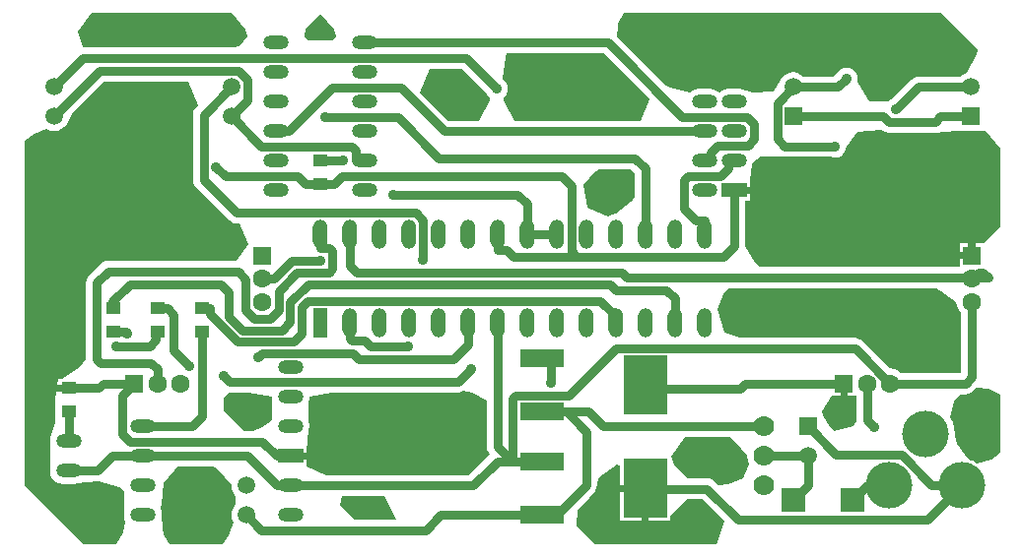
<source format=gbl>
G04 Layer_Physical_Order=2*
G04 Layer_Color=16711680*
%FSLAX24Y24*%
%MOIN*%
G70*
G01*
G75*
%ADD10R,0.0500X0.0400*%
%ADD12C,0.0315*%
%ADD13C,0.1575*%
%ADD14R,0.0866X0.0472*%
%ADD15O,0.0866X0.0472*%
%ADD16O,0.0500X0.1000*%
%ADD17R,0.0500X0.1000*%
%ADD18C,0.0630*%
%ADD19R,0.0630X0.0630*%
%ADD20R,0.0591X0.0591*%
%ADD21C,0.0591*%
%ADD22O,0.0866X0.0472*%
%ADD23R,0.0866X0.0472*%
%ADD24C,0.0700*%
%ADD25C,0.0360*%
%ADD26R,0.1500X0.2000*%
%ADD27R,0.1500X0.0600*%
%ADD28R,0.0800X0.0800*%
G36*
X8363Y5000D02*
X8363Y5000D01*
X8370Y4947D01*
X8379Y4827D01*
Y4827D01*
X8379Y4827D01*
X8382Y4500D01*
X8379Y4226D01*
X8146Y4049D01*
X8047Y3988D01*
X7726Y3865D01*
X7590Y3837D01*
X7432D01*
X6731Y4504D01*
X6738Y4980D01*
X6930Y5166D01*
X7591D01*
X8363Y5000D01*
D02*
G37*
G36*
X32609Y5268D02*
X33000Y5084D01*
Y3101D01*
X32708Y2898D01*
X32216Y2761D01*
X32062Y2844D01*
X32013Y2858D01*
X31800Y3037D01*
X31553Y3412D01*
X31465Y3675D01*
X31472Y3756D01*
X31453Y3949D01*
X31397Y4136D01*
X31305Y4307D01*
X31304Y4309D01*
X31455Y4834D01*
X31645Y5096D01*
X31830D01*
X31924Y5108D01*
X32011Y5144D01*
X32085Y5202D01*
X32213Y5329D01*
X32609Y5268D01*
D02*
G37*
G36*
X31012Y8599D02*
X31524Y8213D01*
X31542Y8078D01*
X31593Y7953D01*
Y7953D01*
X31676Y7845D01*
Y7845D01*
X31683Y7840D01*
Y5819D01*
X31681Y5817D01*
X29660D01*
X29655Y5824D01*
X29547Y5907D01*
X29422Y5958D01*
X29287Y5976D01*
X29279Y5975D01*
X28353Y6901D01*
X28278Y6958D01*
X28191Y6995D01*
X28098Y7007D01*
X24206D01*
X23669Y7181D01*
X23455Y7980D01*
X23633Y8467D01*
X23806Y8686D01*
X30830D01*
X31012Y8599D01*
D02*
G37*
G36*
X27833Y5042D02*
X28127D01*
X28139Y4259D01*
X28139Y4209D01*
X28141Y4194D01*
X28050Y4007D01*
X27386Y3846D01*
X27202Y4064D01*
X27015Y4386D01*
X26963Y4513D01*
X27298Y5042D01*
X27593D01*
Y5457D01*
X27833D01*
Y5042D01*
D02*
G37*
G36*
X15127Y5159D02*
X15639Y4872D01*
Y3810D01*
X15639Y3321D01*
X15639Y3321D01*
X15652Y3228D01*
X15652Y3228D01*
X15688Y3141D01*
X15693Y3135D01*
X15745Y3066D01*
X15189Y2509D01*
X15040Y2361D01*
X10195D01*
X9533Y2664D01*
Y2880D01*
X9000D01*
Y3120D01*
X9537D01*
X9541Y3176D01*
X9622Y3886D01*
X9637Y4000D01*
X9630Y4053D01*
X9621Y4173D01*
X9618Y4500D01*
X9621Y4827D01*
X9630Y4947D01*
X9637Y5000D01*
X9637Y5000D01*
X10409Y5166D01*
X14670D01*
X14764Y5178D01*
X14851Y5214D01*
X14852Y5215D01*
X15127Y5159D01*
D02*
G37*
G36*
X20154Y2685D02*
Y2026D01*
X21004D01*
Y1906D01*
X21124D01*
Y806D01*
X21854D01*
Y979D01*
X22411Y1536D01*
X22941D01*
X23689Y787D01*
X23456Y90D01*
X23382Y0D01*
X19310D01*
X18690Y647D01*
X18695Y1185D01*
X19103Y1593D01*
X19103Y1593D01*
X19255Y1745D01*
X19265Y1758D01*
X19265Y1758D01*
X19312Y1820D01*
X19348Y1907D01*
X19361Y2000D01*
X19361Y2103D01*
X19441Y2272D01*
X20027Y2706D01*
X20154Y2685D01*
D02*
G37*
G36*
X6450Y2621D02*
X6582Y2506D01*
X7000Y2000D01*
X7017Y1871D01*
X7067Y1750D01*
X7067Y1750D01*
X7147Y1612D01*
Y1388D01*
X7067Y1250D01*
X7067Y1250D01*
X7017Y1129D01*
X7000Y1000D01*
X7000Y1000D01*
X7008Y944D01*
X7017Y871D01*
X7017Y871D01*
X7039Y818D01*
X7067Y750D01*
Y750D01*
X6923Y325D01*
X6696Y0D01*
X4904D01*
X4699Y356D01*
X4692Y428D01*
X4684Y508D01*
X4632Y1098D01*
X4624Y1283D01*
X4626Y1359D01*
X4699Y2077D01*
X5068Y2529D01*
X5112Y2570D01*
X5219Y2639D01*
X6419D01*
X6450Y2621D01*
D02*
G37*
G36*
X23853Y3639D02*
X24032Y3494D01*
X24445Y3000D01*
X24464Y2856D01*
X24464Y2856D01*
X24520Y2723D01*
X24318Y2245D01*
X23821Y2057D01*
X23485Y2011D01*
X23345Y2151D01*
X23271Y2208D01*
X23184Y2245D01*
X23090Y2257D01*
X22903Y2257D01*
X22903Y2257D01*
X22411Y2257D01*
X21959Y2708D01*
X21890Y2991D01*
X22342Y3639D01*
X23853D01*
D02*
G37*
G36*
X12584Y852D02*
X12581Y847D01*
X11139D01*
X10676Y1363D01*
X10758Y1639D01*
X12163D01*
X12584Y852D01*
D02*
G37*
G36*
X32243Y16757D02*
X32203Y16632D01*
X31871Y15983D01*
X31818Y15961D01*
X31750Y15933D01*
X31750D01*
X31656Y15861D01*
X31025D01*
X30449Y15861D01*
X30449Y15861D01*
X30254Y15861D01*
X30161Y15848D01*
X30074Y15812D01*
X29999Y15755D01*
X29817Y15573D01*
X29817Y15573D01*
X29637Y15392D01*
X29304Y15078D01*
X29279Y15068D01*
X29279Y15068D01*
X29231Y15032D01*
X29030Y15010D01*
X28643Y15018D01*
X28570Y15031D01*
X28170Y15677D01*
X28183Y15776D01*
X28170Y15875D01*
X28132Y15968D01*
X28071Y16047D01*
X27992Y16108D01*
X27899Y16146D01*
X27800Y16159D01*
X27800Y16159D01*
X27701Y16146D01*
X27701Y16146D01*
X27608Y16108D01*
X27529Y16047D01*
X27468Y15968D01*
X27458Y15945D01*
X27374Y15861D01*
X26344D01*
X26250Y15933D01*
X26250D01*
X26129Y15983D01*
X26129Y15983D01*
X26000Y16000D01*
X26000Y16000D01*
X25871Y15983D01*
X25750Y15933D01*
X25750D01*
X25750Y15933D01*
X25647Y15853D01*
X25647D01*
X25647Y15853D01*
X25567Y15750D01*
X25567Y15750D01*
X25356Y15366D01*
X24616Y15316D01*
X24449Y15370D01*
X24410Y15384D01*
X24311Y15425D01*
X24311Y15425D01*
X24311Y15425D01*
X24197Y15440D01*
X24197Y15440D01*
X24051Y15440D01*
X23803D01*
X23689Y15425D01*
X23583Y15381D01*
X23583D01*
X23500Y15317D01*
X23448Y15357D01*
X23417Y15381D01*
X23417D01*
X23311Y15425D01*
X23197Y15440D01*
X22803Y15440D01*
X22689Y15425D01*
X22689Y15425D01*
X22689Y15425D01*
X22583Y15381D01*
X22492Y15311D01*
X21839Y15485D01*
X21715Y15542D01*
X20044Y17213D01*
X20070Y17556D01*
X20089Y17639D01*
X20268Y18000D01*
X31000D01*
X32243Y16757D01*
D02*
G37*
G36*
X21149Y15088D02*
X20847Y14361D01*
X16572D01*
X16202Y15065D01*
X16207Y15148D01*
X16242Y15175D01*
X16303Y15254D01*
X16303Y15254D01*
X16341Y15347D01*
X16341Y15347D01*
X16354Y15446D01*
X16341Y15545D01*
X16303Y15638D01*
X16303Y15638D01*
X16242Y15717D01*
Y15717D01*
X16162Y15778D01*
X16162Y15778D01*
X16264Y16515D01*
X16316Y16639D01*
X19597D01*
X21149Y15088D01*
D02*
G37*
G36*
X10481Y17450D02*
X10535Y17213D01*
X10427Y17074D01*
X9573D01*
X9465Y17213D01*
X9519Y17450D01*
X10000Y17994D01*
X10481Y17450D01*
D02*
G37*
G36*
X7481D02*
X7535Y17213D01*
X7273Y16875D01*
X7090Y16837D01*
X1976D01*
X1808Y17396D01*
X2281Y18000D01*
X6995D01*
X7481Y17450D01*
D02*
G37*
G36*
X14717Y16116D02*
X14791Y16116D01*
X15595Y15312D01*
X15629Y15278D01*
X15639Y15254D01*
X15700Y15175D01*
X15735Y15148D01*
X15739Y15065D01*
X15369Y14361D01*
X14355D01*
X13387Y15328D01*
X13713Y16116D01*
X14717D01*
D02*
G37*
G36*
X20639Y12587D02*
Y11786D01*
X20583Y11697D01*
X20522Y11631D01*
X20000Y11204D01*
X19883Y11188D01*
X19883D01*
X19773Y11143D01*
X19773D01*
X19773Y11143D01*
X19727Y11123D01*
X19031Y11413D01*
X18893Y12171D01*
X19322Y12638D01*
X19335Y12649D01*
X19456Y12726D01*
X20501D01*
X20639Y12587D01*
D02*
G37*
G36*
X29056Y14006D02*
X29143Y13970D01*
X29236Y13958D01*
X29783Y13958D01*
X29783Y13958D01*
X30516Y13958D01*
X30570Y13958D01*
X30737D01*
X30797Y13958D01*
X31505Y14005D01*
X32292Y14005D01*
X32495Y14005D01*
X33000Y13426D01*
Y10765D01*
X32458Y10202D01*
X32213Y10202D01*
X32163D01*
Y9787D01*
X32043D01*
Y9667D01*
X31628D01*
Y9407D01*
X24891D01*
X24720Y9566D01*
X24361Y10126D01*
Y11664D01*
X24533D01*
Y11880D01*
X24000D01*
Y12120D01*
X24533D01*
Y12336D01*
X24622Y12886D01*
X24632Y12964D01*
X24907Y13151D01*
X25685Y13138D01*
X25700Y13136D01*
X25843Y13136D01*
X25843Y13136D01*
X26471Y13136D01*
X27249D01*
X27298D01*
X27321Y13126D01*
X27321Y13126D01*
X27420Y13113D01*
X27420Y13113D01*
X27520Y13126D01*
X27612Y13164D01*
X27691Y13225D01*
X27752Y13305D01*
X27752D01*
X27791Y13397D01*
X27791Y13397D01*
X27804Y13496D01*
X28186Y13976D01*
X28982Y14063D01*
X29056Y14006D01*
D02*
G37*
G36*
X5878Y14888D02*
X5811Y14820D01*
X5753Y14746D01*
X5717Y14659D01*
X5705Y14566D01*
Y12363D01*
X5717Y12269D01*
X5753Y12182D01*
X5811Y12108D01*
X6927Y10991D01*
X7002Y10934D01*
X7089Y10898D01*
X7182Y10886D01*
X7262D01*
X7564Y10176D01*
X7179Y9617D01*
X6942Y9617D01*
X2830D01*
X2737Y9604D01*
X2650Y9568D01*
X2575Y9511D01*
X2188Y9124D01*
X2131Y9050D01*
X2095Y8963D01*
X2083Y8869D01*
Y6284D01*
X1870Y6030D01*
X1261Y5600D01*
X1150D01*
X1124Y5420D01*
X1500D01*
Y5180D01*
X1090D01*
X1050Y4900D01*
X1050Y4854D01*
Y4641D01*
X1050Y4338D01*
Y4100D01*
X1050Y4100D01*
X878Y3614D01*
X878Y3614D01*
X863Y3500D01*
X863Y3500D01*
X870Y3447D01*
X879Y3327D01*
X882Y3000D01*
X879Y2673D01*
X870Y2553D01*
X863Y2500D01*
X863Y2500D01*
X878Y2386D01*
X878Y2386D01*
X878Y2386D01*
X922Y2280D01*
Y2280D01*
X922Y2280D01*
X992Y2189D01*
Y2189D01*
X992Y2189D01*
X1083Y2119D01*
Y2119D01*
X1189Y2075D01*
X1189Y2075D01*
X1303Y2060D01*
X1303Y2060D01*
X1697Y2060D01*
X1697Y2060D01*
X1749Y2067D01*
X2482Y2139D01*
X2490Y2139D01*
X2506Y2141D01*
X3208Y1937D01*
X3379Y1823D01*
X3382Y1500D01*
X3379Y1173D01*
X3370Y1053D01*
X3363Y1000D01*
X3378Y886D01*
Y886D01*
X3422Y780D01*
X3331Y408D01*
X3096Y0D01*
X2000D01*
X0Y2000D01*
X-0D01*
Y13696D01*
X325Y13923D01*
X750Y14067D01*
X871Y14017D01*
X1000Y14000D01*
X1000Y14000D01*
X1056Y14008D01*
X1129Y14017D01*
X1129Y14017D01*
X1129Y14017D01*
X1182Y14039D01*
X1250Y14067D01*
X1250Y14067D01*
X1250Y14067D01*
X1353Y14147D01*
X1353Y14147D01*
X1353Y14147D01*
X1433Y14250D01*
X1433Y14250D01*
X1644Y14634D01*
X1644Y14634D01*
X1644Y14634D01*
X2686Y15676D01*
X5552D01*
X5878Y14888D01*
D02*
G37*
%LPC*%
G36*
X31923Y10202D02*
X31628D01*
Y9907D01*
X31923D01*
Y10202D01*
D02*
G37*
G36*
X20884Y1786D02*
X20154D01*
Y806D01*
X20884D01*
Y1786D01*
D02*
G37*
%LPD*%
G54D10*
X1500Y5300D02*
D03*
Y4500D02*
D03*
X3000Y7200D02*
D03*
Y8000D02*
D03*
X4500Y7200D02*
D03*
Y8000D02*
D03*
X6000Y7200D02*
D03*
Y8000D02*
D03*
X10000Y12200D02*
D03*
Y13000D02*
D03*
G54D12*
X1500Y3500D02*
Y4500D01*
X25000Y3000D02*
X26500D01*
X1500Y5300D02*
X2520D01*
X2677Y5457D01*
X3713D01*
X1500Y2500D02*
X2490D01*
X2990Y3000D01*
X4000D01*
X17500Y1000D02*
X18000D01*
X17000Y10500D02*
X18000D01*
X26500Y4000D02*
X27455Y3045D01*
X29665D01*
X30690Y2020D01*
X31720D01*
X29287Y5457D02*
X31830D01*
X32043Y5670D01*
Y8213D01*
X23800Y13000D02*
X24000D01*
X23540Y12476D02*
X23800Y12736D01*
X22430Y12476D02*
X23540D01*
X22320Y12366D02*
X22430Y12476D01*
X22320Y11376D02*
Y12366D01*
Y11376D02*
X22700Y10996D01*
X23000Y10500D02*
Y10996D01*
X30557Y856D02*
X31720Y2020D01*
X24130Y856D02*
X30557D01*
X23090Y1896D02*
X24130Y856D01*
X21004Y1896D02*
Y1906D01*
X27524Y15500D02*
X27800Y15776D01*
X26000Y15500D02*
X27524D01*
X25460Y14960D02*
X26000Y15500D01*
X25460Y13736D02*
Y14960D01*
Y13736D02*
X25700Y13496D01*
X27420D01*
X26000Y14500D02*
X29055D01*
X29236Y14318D01*
X30797D01*
X30979Y14500D01*
X32000D01*
X10000Y13000D02*
X10780D01*
X23000D02*
X23200D01*
Y13296D02*
X23430Y13526D01*
X24470D01*
X24680Y13736D01*
Y14246D01*
X24430Y14496D02*
X24680Y14246D01*
X22250Y14496D02*
X24430D01*
X19747Y17000D02*
X22250Y14496D01*
X11500Y17000D02*
X19747D01*
X7000Y14500D02*
X8024Y13476D01*
X11070D01*
X11210Y13336D01*
Y13000D02*
X11500D01*
X3320Y5064D02*
X3713Y5457D01*
X3320Y3736D02*
Y5064D01*
Y3736D02*
X3580Y3476D01*
X8054D01*
X8530Y3000D01*
X9000D01*
X21004Y5293D02*
Y5406D01*
X24218Y5293D02*
X24381Y5457D01*
X27713D01*
X4000Y4000D02*
X5664D01*
X6000Y4336D01*
Y7200D01*
Y8000D02*
X6270D01*
Y7803D02*
X7203Y6870D01*
X9124D01*
X9390Y7136D01*
Y8050D01*
X9586Y8246D01*
X19490D01*
X20000Y7737D01*
Y7500D02*
Y7737D01*
X10000Y10046D02*
Y10500D01*
X10310Y10046D02*
X10420Y9936D01*
Y9336D02*
Y9936D01*
X10293Y9209D02*
X10420Y9336D01*
X9224Y9209D02*
X10293D01*
X8596Y8580D02*
X9224Y9209D01*
X8596Y7936D02*
Y8580D01*
X8320Y7660D02*
X8596Y7936D01*
X7767Y7660D02*
X8320D01*
X7491Y7936D02*
X7767Y7660D01*
X7491Y7936D02*
Y8996D01*
X7230Y9256D02*
X7491Y8996D01*
X2830Y9256D02*
X7230D01*
X2443Y8869D02*
X2830Y9256D01*
X2443Y6284D02*
Y8869D01*
Y6284D02*
X2581Y6146D01*
X4290D01*
X4500Y5936D01*
Y5457D02*
Y5936D01*
X14205Y14000D02*
X23000D01*
X12732Y15474D02*
X14205Y14000D01*
X10416Y15474D02*
X12732D01*
X8942Y14000D02*
X10416Y15474D01*
X8500Y14000D02*
X8942D01*
X14670Y5526D02*
X15110Y5966D01*
X6930Y5526D02*
X14670D01*
X6730Y5726D02*
X6930Y5526D01*
X5050Y6576D02*
X5580Y6046D01*
X5050Y6576D02*
Y7780D01*
X4830Y8000D02*
X5050Y7780D01*
X4500Y8000D02*
X4830D01*
X16000Y3321D02*
X16510Y2811D01*
X16000Y3321D02*
Y7500D01*
X9000Y2000D02*
X15189D01*
X16000Y2811D01*
X32270Y9226D02*
X32420D01*
X32600Y9046D01*
X20210Y9216D02*
X20380Y9046D01*
X11230Y9216D02*
X20210D01*
X11000Y9447D02*
X11230Y9216D01*
X11000Y9447D02*
Y10500D01*
X2990Y8000D02*
X3000D01*
X2990Y8236D02*
X3587Y8832D01*
X6630D01*
X6903Y8560D01*
Y7730D02*
Y8560D01*
Y7730D02*
X7367Y7265D01*
X8720D01*
X8991Y7536D01*
Y8209D01*
X9595Y8814D01*
X19815D01*
X19997Y8632D01*
X21704D01*
X22000Y8336D01*
Y7500D02*
Y8336D01*
X28500Y4209D02*
X28740Y3969D01*
X28500Y4209D02*
Y5457D01*
X16630Y2811D02*
X17500D01*
X16510Y2931D02*
X16630Y2811D01*
X16510Y2931D02*
Y4936D01*
X16620Y5046D01*
X18410D01*
X20010Y6646D01*
X28098D01*
X29287Y5457D01*
X6490Y12786D02*
X6800Y12476D01*
X9244D01*
X9520Y12200D01*
X10000D01*
X6066Y14566D02*
X7000Y15500D01*
X6066Y12363D02*
Y14566D01*
Y12363D02*
X7182Y11246D01*
X13230D01*
X13490Y10986D01*
Y9656D02*
Y10986D01*
X3427Y7200D02*
X3460Y7166D01*
X3000Y7200D02*
X3427D01*
X3120Y6716D02*
X4230D01*
X4450Y6936D01*
Y7200D02*
X4500D01*
X30254Y15500D02*
X32000D01*
X29490Y14736D02*
X30254Y15500D01*
X29470Y14736D02*
X29490D01*
X11720Y6716D02*
X12970D01*
X11510Y6926D02*
X11720Y6716D01*
X11060Y6926D02*
X11510D01*
X11000Y6986D02*
X11060Y6926D01*
X11000Y6986D02*
Y7500D01*
X1000Y15500D02*
X1976Y16476D01*
X14940D01*
X15971Y15446D01*
X15000Y6780D02*
Y7500D01*
X14519Y6299D02*
X15000Y6780D01*
X11293Y6299D02*
X14519D01*
X11118Y6474D02*
X11293Y6299D01*
X8028Y6474D02*
X11118D01*
X7900Y6346D02*
X8028Y6474D01*
X26000Y1500D02*
X26500Y2000D01*
Y3000D01*
X19060Y4500D02*
X19560Y4000D01*
X25000D01*
X7500Y1000D02*
X8014Y486D01*
X13575D01*
X14088Y1000D01*
X17500D01*
X1000Y14500D02*
X2536Y16036D01*
X7240D01*
X7540Y15736D01*
Y15040D02*
Y15736D01*
X7000Y14500D02*
X7540Y15040D01*
X28000Y1500D02*
X28520Y2020D01*
X29240D01*
X9058Y9626D02*
X10000D01*
X8432Y9000D02*
X9058Y9626D01*
X8043Y9000D02*
X8432D01*
X10000Y12200D02*
X10480D01*
X10757Y12476D01*
X18160D01*
X18500Y12136D01*
Y9936D02*
Y12136D01*
X18680Y9756D02*
X23630D01*
X24000Y12000D02*
X24000D01*
X16307Y9996D02*
X16540Y9763D01*
X16000Y9996D02*
Y10500D01*
X21000D02*
Y12736D01*
X20650Y13086D02*
X21000Y12736D01*
X14020Y13086D02*
X20650D01*
X12630Y14476D02*
X14020Y13086D01*
X10180Y14476D02*
X12630D01*
X8537Y2000D02*
X9000D01*
X7537Y3000D02*
X8537Y2000D01*
X4000Y3000D02*
X7537D01*
X17000Y10500D02*
Y11536D01*
X16690Y11846D02*
X17000Y11536D01*
X12467Y11846D02*
X16690D01*
X17500Y6311D02*
X17793D01*
X4450Y6936D02*
Y7200D01*
X6270Y7803D02*
Y8000D01*
X2990D02*
Y8236D01*
X11210Y13000D02*
Y13336D01*
X17500Y4500D02*
X18330D01*
X19060D01*
X10000Y10046D02*
X10310D01*
X32043Y9000D02*
X32090Y9046D01*
X32270Y9226D01*
X20380Y9046D02*
X32090D01*
X32600D01*
X16540Y9763D02*
X18674D01*
X23637D01*
X16000Y9996D02*
X16307D01*
X21004Y1896D02*
X23090D01*
X21004Y5293D02*
X24218D01*
X18500Y9936D02*
X18674Y9763D01*
X18680Y9756D01*
X23630D02*
X23637Y9763D01*
X24000Y10126D01*
Y12000D01*
X23200Y13000D02*
Y13296D01*
X22700Y10996D02*
X23000D01*
X23800Y12736D02*
Y13000D01*
X16510Y2811D02*
X16630D01*
X16000D02*
X16510D01*
X17793Y5489D02*
Y6311D01*
X18330Y4500D02*
X19000Y3830D01*
X18000Y1000D02*
X19000Y2000D01*
Y3830D01*
G54D13*
X29240Y2020D02*
D03*
X31720D02*
D03*
X30480Y3756D02*
D03*
G54D14*
X24000Y12000D02*
D03*
G54D15*
Y13000D02*
D03*
Y14000D02*
D03*
Y15000D02*
D03*
X23000Y12000D02*
D03*
Y13000D02*
D03*
Y14000D02*
D03*
Y15000D02*
D03*
X1500Y3500D02*
D03*
Y2500D02*
D03*
X8500Y17000D02*
D03*
Y16000D02*
D03*
Y15000D02*
D03*
Y14000D02*
D03*
Y13000D02*
D03*
Y12000D02*
D03*
X11500D02*
D03*
Y13000D02*
D03*
Y14000D02*
D03*
Y15000D02*
D03*
Y16000D02*
D03*
Y17000D02*
D03*
G54D16*
X23000Y10500D02*
D03*
X22000D02*
D03*
X21000D02*
D03*
X20000D02*
D03*
X19000D02*
D03*
X18000D02*
D03*
X17000D02*
D03*
X16000D02*
D03*
X15000D02*
D03*
X14000D02*
D03*
X13000D02*
D03*
X12000D02*
D03*
X11000D02*
D03*
X10000D02*
D03*
X23000Y7500D02*
D03*
X22000D02*
D03*
X21000D02*
D03*
X20000D02*
D03*
X19000D02*
D03*
X18000D02*
D03*
X17000D02*
D03*
X16000D02*
D03*
X15000D02*
D03*
X14000D02*
D03*
X13000D02*
D03*
X12000D02*
D03*
X11000D02*
D03*
G54D17*
X10000D02*
D03*
G54D18*
X4500Y5457D02*
D03*
X5287D02*
D03*
X8043Y9000D02*
D03*
Y8213D02*
D03*
X28500Y5457D02*
D03*
X29287D02*
D03*
X32043Y9000D02*
D03*
Y8213D02*
D03*
G54D19*
X3713Y5457D02*
D03*
X8043Y9787D02*
D03*
X27713Y5457D02*
D03*
X32043Y9787D02*
D03*
G54D20*
X26500Y4000D02*
D03*
X26000Y14500D02*
D03*
X32000D02*
D03*
G54D21*
X26500Y3000D02*
D03*
X7500Y2000D02*
D03*
Y1000D02*
D03*
X7000Y15500D02*
D03*
Y14500D02*
D03*
X1000Y15500D02*
D03*
Y14500D02*
D03*
X26000Y15500D02*
D03*
X32000D02*
D03*
G54D22*
X9000Y6000D02*
D03*
Y5000D02*
D03*
Y4000D02*
D03*
Y2000D02*
D03*
Y1000D02*
D03*
X4000D02*
D03*
Y2000D02*
D03*
Y3000D02*
D03*
Y4000D02*
D03*
G54D23*
X9000Y3000D02*
D03*
G54D24*
X25000Y2000D02*
D03*
Y4000D02*
D03*
Y3000D02*
D03*
G54D25*
X27800Y15776D02*
D03*
X27420Y13496D02*
D03*
X10780Y13000D02*
D03*
X15110Y5966D02*
D03*
X6730Y5726D02*
D03*
X5580Y6046D02*
D03*
X28740Y3969D02*
D03*
X6490Y12786D02*
D03*
X13490Y9656D02*
D03*
X3460Y7166D02*
D03*
X3120Y6716D02*
D03*
X29470Y14736D02*
D03*
X12970Y6716D02*
D03*
X15971Y15446D02*
D03*
X7900Y6346D02*
D03*
X10000Y9626D02*
D03*
X10180Y14476D02*
D03*
X12467Y11846D02*
D03*
X17793Y5489D02*
D03*
G54D26*
X21004Y5406D02*
D03*
Y1906D02*
D03*
G54D27*
X17500Y6311D02*
D03*
Y4500D02*
D03*
Y2811D02*
D03*
Y1000D02*
D03*
G54D28*
X26000Y1500D02*
D03*
X28000D02*
D03*
M02*

</source>
